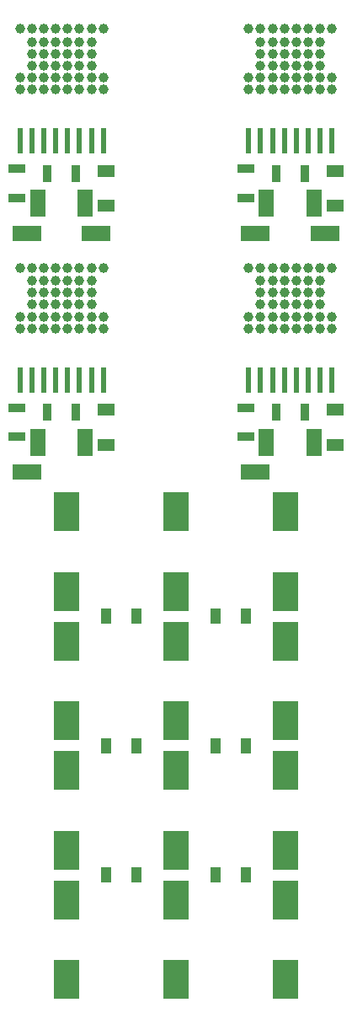
<source format=gbr>
G04 #@! TF.FileFunction,Paste,Top*
%FSLAX46Y46*%
G04 Gerber Fmt 4.6, Leading zero omitted, Abs format (unit mm)*
G04 Created by KiCad (PCBNEW 4.0.7) date 04/23/18 08:45:04*
%MOMM*%
%LPD*%
G01*
G04 APERTURE LIST*
%ADD10C,0.100000*%
%ADD11R,2.500000X4.000000*%
%ADD12R,1.500000X2.700000*%
%ADD13R,1.700000X1.300000*%
%ADD14R,0.600000X2.600000*%
%ADD15C,1.000000*%
%ADD16R,1.700000X0.900000*%
%ADD17R,0.900000X1.700000*%
%ADD18R,1.000000X1.600000*%
%ADD19R,3.000000X1.500000*%
G04 APERTURE END LIST*
D10*
D11*
X29000000Y-84500000D03*
X29000000Y-76500000D03*
X40000000Y-84500000D03*
X40000000Y-76500000D03*
X18000000Y-97500000D03*
X18000000Y-89500000D03*
X18000000Y-84500000D03*
X18000000Y-76500000D03*
X18000000Y-71500000D03*
X18000000Y-63500000D03*
X18000000Y-58500000D03*
X18000000Y-50500000D03*
X29000000Y-97500000D03*
X29000000Y-89500000D03*
X29000000Y-71500000D03*
X29000000Y-63500000D03*
X29000000Y-58500000D03*
X29000000Y-50500000D03*
X40000000Y-97500000D03*
X40000000Y-89500000D03*
X40000000Y-71500000D03*
X40000000Y-63500000D03*
X40000000Y-58500000D03*
X40000000Y-50500000D03*
D12*
X19900000Y-43500000D03*
X15100000Y-43500000D03*
X19900000Y-19500000D03*
X15100000Y-19500000D03*
D13*
X22000000Y-43750000D03*
X22000000Y-40250000D03*
X22000000Y-19750000D03*
X22000000Y-16250000D03*
D12*
X42900000Y-43500000D03*
X38100000Y-43500000D03*
X42900000Y-19500000D03*
X38100000Y-19500000D03*
D13*
X45000000Y-43750000D03*
X45000000Y-40250000D03*
X45000000Y-19750000D03*
X45000000Y-16250000D03*
D14*
X16900000Y-37250000D03*
X18100000Y-37250000D03*
X19300000Y-37250000D03*
X20500000Y-37250000D03*
X21700000Y-37250000D03*
X15700000Y-37250000D03*
X14500000Y-37250000D03*
X13300000Y-37250000D03*
D15*
X13300000Y-32080000D03*
X14500000Y-32080000D03*
X15700000Y-32080000D03*
X16900000Y-32080000D03*
X18100000Y-32080000D03*
X19300000Y-32080000D03*
X20500000Y-32080000D03*
X21700000Y-32080000D03*
X21700000Y-30880000D03*
X20500000Y-30880000D03*
X18100000Y-30880000D03*
X19300000Y-30880000D03*
X16900000Y-30880000D03*
X15700000Y-30880000D03*
X14500000Y-30880000D03*
X13300000Y-30880000D03*
X14500000Y-29680000D03*
X15700000Y-29680000D03*
X16900000Y-29680000D03*
X18100000Y-29680000D03*
X19300000Y-29680000D03*
X20500000Y-29680000D03*
X20500000Y-28480000D03*
X18100000Y-28480000D03*
X19300000Y-28480000D03*
X16900000Y-28480000D03*
X15700000Y-28480000D03*
X14500000Y-28480000D03*
X14500000Y-27280000D03*
X15700000Y-27280000D03*
X16900000Y-27280000D03*
X18100000Y-27280000D03*
X19300000Y-27280000D03*
X20500000Y-27280000D03*
X13300000Y-25980000D03*
X14500000Y-25980000D03*
X15700000Y-25980000D03*
X16900000Y-25980000D03*
X18100000Y-25980000D03*
X19300000Y-25980000D03*
X20500000Y-25980000D03*
X21700000Y-25980000D03*
D14*
X16900000Y-13250000D03*
X18100000Y-13250000D03*
X19300000Y-13250000D03*
X20500000Y-13250000D03*
X21700000Y-13250000D03*
X15700000Y-13250000D03*
X14500000Y-13250000D03*
X13300000Y-13250000D03*
D15*
X13300000Y-8080000D03*
X14500000Y-8080000D03*
X15700000Y-8080000D03*
X16900000Y-8080000D03*
X18100000Y-8080000D03*
X19300000Y-8080000D03*
X20500000Y-8080000D03*
X21700000Y-8080000D03*
X21700000Y-6880000D03*
X20500000Y-6880000D03*
X18100000Y-6880000D03*
X19300000Y-6880000D03*
X16900000Y-6880000D03*
X15700000Y-6880000D03*
X14500000Y-6880000D03*
X13300000Y-6880000D03*
X14500000Y-5680000D03*
X15700000Y-5680000D03*
X16900000Y-5680000D03*
X18100000Y-5680000D03*
X19300000Y-5680000D03*
X20500000Y-5680000D03*
X20500000Y-4480000D03*
X18100000Y-4480000D03*
X19300000Y-4480000D03*
X16900000Y-4480000D03*
X15700000Y-4480000D03*
X14500000Y-4480000D03*
X14500000Y-3280000D03*
X15700000Y-3280000D03*
X16900000Y-3280000D03*
X18100000Y-3280000D03*
X19300000Y-3280000D03*
X20500000Y-3280000D03*
X13300000Y-1980000D03*
X14500000Y-1980000D03*
X15700000Y-1980000D03*
X16900000Y-1980000D03*
X18100000Y-1980000D03*
X19300000Y-1980000D03*
X20500000Y-1980000D03*
X21700000Y-1980000D03*
D14*
X39900000Y-37250000D03*
X41100000Y-37250000D03*
X42300000Y-37250000D03*
X43500000Y-37250000D03*
X44700000Y-37250000D03*
X38700000Y-37250000D03*
X37500000Y-37250000D03*
X36300000Y-37250000D03*
D15*
X36300000Y-32080000D03*
X37500000Y-32080000D03*
X38700000Y-32080000D03*
X39900000Y-32080000D03*
X41100000Y-32080000D03*
X42300000Y-32080000D03*
X43500000Y-32080000D03*
X44700000Y-32080000D03*
X44700000Y-30880000D03*
X43500000Y-30880000D03*
X41100000Y-30880000D03*
X42300000Y-30880000D03*
X39900000Y-30880000D03*
X38700000Y-30880000D03*
X37500000Y-30880000D03*
X36300000Y-30880000D03*
X37500000Y-29680000D03*
X38700000Y-29680000D03*
X39900000Y-29680000D03*
X41100000Y-29680000D03*
X42300000Y-29680000D03*
X43500000Y-29680000D03*
X43500000Y-28480000D03*
X41100000Y-28480000D03*
X42300000Y-28480000D03*
X39900000Y-28480000D03*
X38700000Y-28480000D03*
X37500000Y-28480000D03*
X37500000Y-27280000D03*
X38700000Y-27280000D03*
X39900000Y-27280000D03*
X41100000Y-27280000D03*
X42300000Y-27280000D03*
X43500000Y-27280000D03*
X36300000Y-25980000D03*
X37500000Y-25980000D03*
X38700000Y-25980000D03*
X39900000Y-25980000D03*
X41100000Y-25980000D03*
X42300000Y-25980000D03*
X43500000Y-25980000D03*
X44700000Y-25980000D03*
D14*
X39900000Y-13250000D03*
X41100000Y-13250000D03*
X42300000Y-13250000D03*
X43500000Y-13250000D03*
X44700000Y-13250000D03*
X38700000Y-13250000D03*
X37500000Y-13250000D03*
X36300000Y-13250000D03*
D15*
X36300000Y-8080000D03*
X37500000Y-8080000D03*
X38700000Y-8080000D03*
X39900000Y-8080000D03*
X41100000Y-8080000D03*
X42300000Y-8080000D03*
X43500000Y-8080000D03*
X44700000Y-8080000D03*
X44700000Y-6880000D03*
X43500000Y-6880000D03*
X41100000Y-6880000D03*
X42300000Y-6880000D03*
X39900000Y-6880000D03*
X38700000Y-6880000D03*
X37500000Y-6880000D03*
X36300000Y-6880000D03*
X37500000Y-5680000D03*
X38700000Y-5680000D03*
X39900000Y-5680000D03*
X41100000Y-5680000D03*
X42300000Y-5680000D03*
X43500000Y-5680000D03*
X43500000Y-4480000D03*
X41100000Y-4480000D03*
X42300000Y-4480000D03*
X39900000Y-4480000D03*
X38700000Y-4480000D03*
X37500000Y-4480000D03*
X37500000Y-3280000D03*
X38700000Y-3280000D03*
X39900000Y-3280000D03*
X41100000Y-3280000D03*
X42300000Y-3280000D03*
X43500000Y-3280000D03*
X36300000Y-1980000D03*
X37500000Y-1980000D03*
X38700000Y-1980000D03*
X39900000Y-1980000D03*
X41100000Y-1980000D03*
X42300000Y-1980000D03*
X43500000Y-1980000D03*
X44700000Y-1980000D03*
D16*
X13000000Y-40050000D03*
X13000000Y-42950000D03*
X13000000Y-16050000D03*
X13000000Y-18950000D03*
D17*
X18950000Y-40500000D03*
X16050000Y-40500000D03*
X18950000Y-16500000D03*
X16050000Y-16500000D03*
D16*
X36000000Y-40050000D03*
X36000000Y-42950000D03*
X36000000Y-16050000D03*
X36000000Y-18950000D03*
D17*
X41950000Y-40500000D03*
X39050000Y-40500000D03*
X41950000Y-16500000D03*
X39050000Y-16500000D03*
D18*
X22000000Y-87000000D03*
X25000000Y-87000000D03*
X33000000Y-87000000D03*
X36000000Y-87000000D03*
X22000000Y-74000000D03*
X25000000Y-74000000D03*
X33000000Y-74000000D03*
X36000000Y-74000000D03*
X22000000Y-61000000D03*
X25000000Y-61000000D03*
X33000000Y-61000000D03*
X36000000Y-61000000D03*
D19*
X37000000Y-22500000D03*
X37000000Y-46500000D03*
X44000000Y-22500000D03*
X21000000Y-22500000D03*
X14000000Y-46500000D03*
X14000000Y-22500000D03*
M02*

</source>
